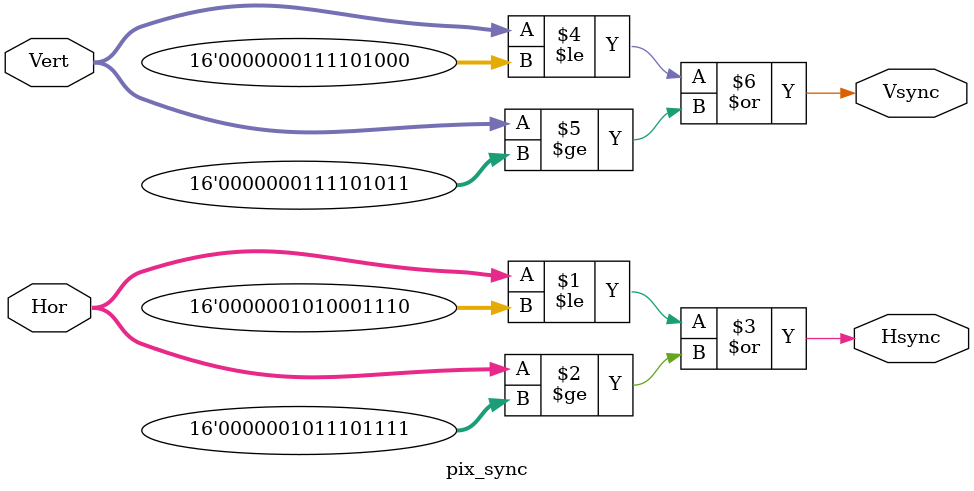
<source format=v>
`timescale 1ns / 1ps


module pix_sync(
    input [15:0] Hor,
    input [15:0] Vert,
    output Vsync,
    output Hsync
    );
    
    assign Hsync = (Hor <= 16'd654) | (Hor >= 16'd751);
    assign Vsync = (Vert <= 16'd488) | (Vert >= 16'd491);
    
endmodule

</source>
